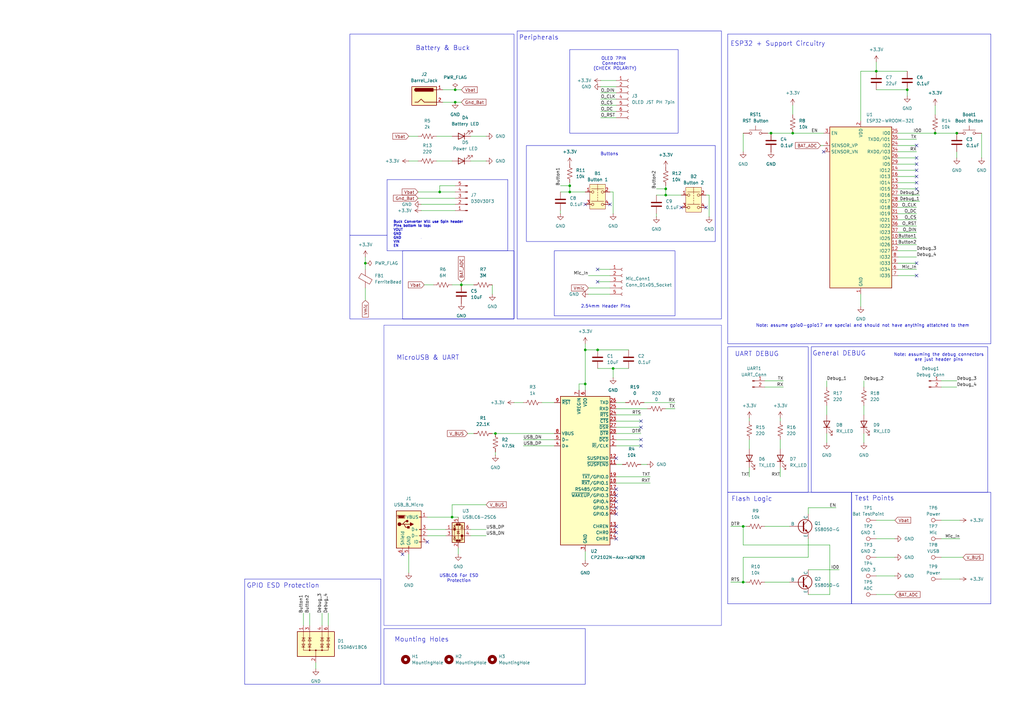
<source format=kicad_sch>
(kicad_sch (version 20231120) (generator "eeschema") (generator_version "8.0")
  (paper "A3")
  (title_block (title "ECE477 Translating Glasses") (date "2025-03-12"))
  (junction (at 240.03 157.48))
  (junction (at 180.34 78.74))
  (junction (at 240.03 143.51))
  (junction (at 383.54 54.61))
  (junction (at 304.8 215.9))
  (junction (at 251.46 151.13))
  (junction (at 149.86 107.95))
  (junction (at 359.41 29.21))
  (junction (at 392.43 54.61))
  (junction (at 186.69 36.83))
  (junction (at 186.69 41.91))
  (junction (at 372.11 36.83))
  (junction (at 273.05 77.47))
  (junction (at 233.68 76.2))
  (junction (at 185.42 212.09))
  (junction (at 245.11 143.51))
  (junction (at 325.12 54.61))
  (junction (at 304.8 238.76))
  (junction (at 189.23 116.84))
  (junction (at 203.2 177.8))
  (junction (at 233.68 78.74))
  (junction (at 316.23 54.61))
  (junction (at 273.05 80.01))
  (no_connect (at 252.73 218.44))
  (no_connect (at 252.73 187.96))
  (no_connect (at 375.92 77.47))
  (no_connect (at 337.82 62.23))
  (no_connect (at 175.26 222.25))
  (no_connect (at 375.92 74.93))
  (no_connect (at 262.89 182.88))
  (no_connect (at 262.89 180.34))
  (no_connect (at 375.92 67.31))
  (no_connect (at 240.03 83.82))
  (no_connect (at 165.1 227.33))
  (no_connect (at 375.92 113.03))
  (no_connect (at 250.19 83.82))
  (no_connect (at 252.73 200.66))
  (no_connect (at 252.73 208.28))
  (no_connect (at 279.4 85.09))
  (no_connect (at 245.11 115.57))
  (no_connect (at 262.89 172.72))
  (no_connect (at 252.73 205.74))
  (no_connect (at 375.92 59.69))
  (no_connect (at 289.56 85.09))
  (no_connect (at 252.73 210.82))
  (no_connect (at 375.92 64.77))
  (no_connect (at 245.11 110.49))
  (no_connect (at 375.92 72.39))
  (no_connect (at 252.73 215.9))
  (no_connect (at 375.92 69.85))
  (no_connect (at 262.89 175.26))
  (no_connect (at 375.92 107.95))
  (no_connect (at 252.73 203.2))
  (no_connect (at 252.73 220.98))
  (wire (pts (xy 368.3 95.25) (xy 375.92 95.25)))
  (wire (pts (xy 368.3 107.95) (xy 375.92 107.95)))
  (wire (pts (xy 229.87 78.74) (xy 233.68 78.74)))
  (wire (pts (xy 368.3 113.03) (xy 375.92 113.03)))
  (wire (pts (xy 246.38 45.72) (xy 252.73 45.72)))
  (wire (pts (xy 331.47 208.28) (xy 342.9 208.28)))
  (wire (pts (xy 359.41 220.98) (xy 367.03 220.98)))
  (wire (pts (xy 149.86 118.11) (xy 149.86 123.19)))
  (wire (pts (xy 307.34 191.77) (xy 307.34 195.58)))
  (wire (pts (xy 339.09 156.21) (xy 339.09 158.75)))
  (wire (pts (xy 313.69 215.9) (xy 323.85 215.9)))
  (wire (pts (xy 186.69 41.91) (xy 189.23 41.91)))
  (wire (pts (xy 240.03 140.97) (xy 240.03 143.51)))
  (wire (pts (xy 199.39 217.17) (xy 193.04 217.17)))
  (wire (pts (xy 331.47 243.84) (xy 340.36 243.84)))
  (wire (pts (xy 233.68 74.93) (xy 233.68 76.2)))
  (wire (pts (xy 241.3 120.65) (xy 250.19 120.65)))
  (wire (pts (xy 353.06 120.65) (xy 353.06 125.73)))
  (wire (pts (xy 304.8 238.76) (xy 306.07 238.76)))
  (wire (pts (xy 304.8 228.6) (xy 304.8 238.76)))
  (wire (pts (xy 290.83 80.01) (xy 290.83 88.9)))
  (wire (pts (xy 299.72 215.9) (xy 304.8 215.9)))
  (wire (pts (xy 203.2 177.8) (xy 227.33 177.8)))
  (wire (pts (xy 245.11 110.49) (xy 250.19 110.49)))
  (wire (pts (xy 185.42 212.09) (xy 185.42 207.01)))
  (wire (pts (xy 273.05 76.2) (xy 273.05 77.47)))
  (wire (pts (xy 252.73 170.18) (xy 262.89 170.18)))
  (wire (pts (xy 269.24 77.47) (xy 273.05 77.47)))
  (wire (pts (xy 251.46 151.13) (xy 257.81 151.13)))
  (wire (pts (xy 193.04 219.71) (xy 199.39 219.71)))
  (wire (pts (xy 129.54 271.78) (xy 129.54 274.32)))
  (wire (pts (xy 368.3 82.55) (xy 377.19 82.55)))
  (wire (pts (xy 229.87 86.36) (xy 229.87 87.63)))
  (wire (pts (xy 180.34 76.2) (xy 180.34 78.74)))
  (wire (pts (xy 233.68 76.2) (xy 233.68 78.74)))
  (wire (pts (xy 251.46 151.13) (xy 251.46 154.94)))
  (wire (pts (xy 132.08 251.46) (xy 132.08 256.54)))
  (wire (pts (xy 246.38 48.26) (xy 252.73 48.26)))
  (wire (pts (xy 186.69 36.83) (xy 189.23 36.83)))
  (wire (pts (xy 252.73 167.64) (xy 265.43 167.64)))
  (wire (pts (xy 368.3 87.63) (xy 375.92 87.63)))
  (wire (pts (xy 185.42 116.84) (xy 189.23 116.84)))
  (wire (pts (xy 307.34 180.34) (xy 307.34 184.15)))
  (wire (pts (xy 229.87 76.2) (xy 233.68 76.2)))
  (wire (pts (xy 354.33 156.21) (xy 354.33 158.75)))
  (wire (pts (xy 368.3 54.61) (xy 383.54 54.61)))
  (wire (pts (xy 172.72 83.82) (xy 186.69 83.82)))
  (wire (pts (xy 313.69 238.76) (xy 323.85 238.76)))
  (wire (pts (xy 368.3 59.69) (xy 375.92 59.69)))
  (wire (pts (xy 201.93 177.8) (xy 203.2 177.8)))
  (wire (pts (xy 386.08 213.36) (xy 393.7 213.36)))
  (wire (pts (xy 368.3 90.17) (xy 375.92 90.17)))
  (wire (pts (xy 171.45 81.28) (xy 186.69 81.28)))
  (wire (pts (xy 290.83 80.01) (xy 289.56 80.01)))
  (wire (pts (xy 181.61 36.83) (xy 186.69 36.83)))
  (wire (pts (xy 245.11 151.13) (xy 251.46 151.13)))
  (wire (pts (xy 252.73 180.34) (xy 262.89 180.34)))
  (wire (pts (xy 386.08 220.98) (xy 393.7 220.98)))
  (wire (pts (xy 386.08 228.6) (xy 394.97 228.6)))
  (wire (pts (xy 359.41 25.4) (xy 359.41 29.21)))
  (wire (pts (xy 325.12 54.61) (xy 337.82 54.61)))
  (wire (pts (xy 269.24 87.63) (xy 269.24 88.9)))
  (wire (pts (xy 331.47 233.68) (xy 344.17 233.68)))
  (wire (pts (xy 252.73 190.5) (xy 255.27 190.5)))
  (wire (pts (xy 180.34 78.74) (xy 186.69 78.74)))
  (wire (pts (xy 368.3 74.93) (xy 375.92 74.93)))
  (wire (pts (xy 354.33 166.37) (xy 354.33 170.18)))
  (wire (pts (xy 185.42 212.09) (xy 187.96 212.09)))
  (wire (pts (xy 320.04 171.45) (xy 320.04 172.72)))
  (wire (pts (xy 325.12 43.18) (xy 325.12 46.99)))
  (wire (pts (xy 359.41 236.22) (xy 367.03 236.22)))
  (wire (pts (xy 339.09 166.37) (xy 339.09 170.18)))
  (wire (pts (xy 359.41 243.84) (xy 367.03 243.84)))
  (polyline (pts (xy 143.51 96.52) (xy 158.75 96.52)))
  (wire (pts (xy 167.64 66.04) (xy 171.45 66.04)))
  (wire (pts (xy 265.43 190.5) (xy 262.89 190.5)))
  (wire (pts (xy 189.23 115.57) (xy 189.23 116.84)))
  (wire (pts (xy 246.38 35.56) (xy 252.73 35.56)))
  (wire (pts (xy 368.3 80.01) (xy 377.19 80.01)))
  (wire (pts (xy 246.38 43.18) (xy 252.73 43.18)))
  (wire (pts (xy 314.96 54.61) (xy 316.23 54.61)))
  (wire (pts (xy 313.69 158.75) (xy 321.31 158.75)))
  (wire (pts (xy 252.73 177.8) (xy 262.89 177.8)))
  (wire (pts (xy 246.38 38.1) (xy 252.73 38.1)))
  (wire (pts (xy 149.86 107.95) (xy 149.86 110.49)))
  (wire (pts (xy 240.03 226.06) (xy 240.03 229.87)))
  (wire (pts (xy 386.08 237.49) (xy 393.7 237.49)))
  (wire (pts (xy 175.26 212.09) (xy 185.42 212.09)))
  (wire (pts (xy 368.3 57.15) (xy 375.92 57.15)))
  (wire (pts (xy 383.54 43.18) (xy 383.54 46.99)))
  (wire (pts (xy 368.3 100.33) (xy 375.92 100.33)))
  (wire (pts (xy 368.3 102.87) (xy 375.92 102.87)))
  (wire (pts (xy 368.3 97.79) (xy 375.92 97.79)))
  (wire (pts (xy 237.49 157.48) (xy 240.03 157.48)))
  (wire (pts (xy 368.3 77.47) (xy 375.92 77.47)))
  (wire (pts (xy 193.04 66.04) (xy 199.39 66.04)))
  (wire (pts (xy 368.3 72.39) (xy 375.92 72.39)))
  (wire (pts (xy 191.77 177.8) (xy 194.31 177.8)))
  (wire (pts (xy 203.2 185.42) (xy 203.2 186.69)))
  (wire (pts (xy 368.3 64.77) (xy 375.92 64.77)))
  (wire (pts (xy 252.73 172.72) (xy 262.89 172.72)))
  (wire (pts (xy 368.3 62.23) (xy 375.92 62.23)))
  (wire (pts (xy 353.06 29.21) (xy 353.06 49.53)))
  (wire (pts (xy 359.41 213.36) (xy 367.03 213.36)))
  (wire (pts (xy 193.04 55.88) (xy 199.39 55.88)))
  (wire (pts (xy 402.59 54.61) (xy 402.59 64.77)))
  (wire (pts (xy 251.46 78.74) (xy 251.46 87.63)))
  (wire (pts (xy 175.26 219.71) (xy 182.88 219.71)))
  (wire (pts (xy 252.73 182.88) (xy 262.89 182.88)))
  (wire (pts (xy 320.04 180.34) (xy 320.04 184.15)))
  (wire (pts (xy 240.03 157.48) (xy 240.03 160.02)))
  (wire (pts (xy 245.11 115.57) (xy 250.19 115.57)))
  (wire (pts (xy 245.11 143.51) (xy 257.81 143.51)))
  (wire (pts (xy 179.07 66.04) (xy 185.42 66.04)))
  (wire (pts (xy 368.3 69.85) (xy 375.92 69.85)))
  (wire (pts (xy 167.64 227.33) (xy 167.64 234.95)))
  (wire (pts (xy 337.82 59.69) (xy 336.55 59.69)))
  (wire (pts (xy 273.05 167.64) (xy 276.86 167.64)))
  (wire (pts (xy 339.09 177.8) (xy 339.09 181.61)))
  (wire (pts (xy 214.63 182.88) (xy 227.33 182.88)))
  (wire (pts (xy 167.64 55.88) (xy 171.45 55.88)))
  (wire (pts (xy 273.05 77.47) (xy 273.05 80.01)))
  (wire (pts (xy 233.68 78.74) (xy 240.03 78.74)))
  (wire (pts (xy 386.08 156.21) (xy 392.43 156.21)))
  (wire (pts (xy 187.96 224.79) (xy 187.96 227.33)))
  (wire (pts (xy 185.42 207.01) (xy 199.39 207.01)))
  (wire (pts (xy 210.82 165.1) (xy 214.63 165.1)))
  (wire (pts (xy 240.03 143.51) (xy 245.11 143.51)))
  (wire (pts (xy 246.38 33.02) (xy 252.73 33.02)))
  (wire (pts (xy 241.3 113.03) (xy 250.19 113.03)))
  (wire (pts (xy 304.8 215.9) (xy 306.07 215.9)))
  (wire (pts (xy 316.23 54.61) (xy 325.12 54.61)))
  (wire (pts (xy 340.36 243.84) (xy 340.36 223.52)))
  (wire (pts (xy 386.08 158.75) (xy 392.43 158.75)))
  (wire (pts (xy 251.46 78.74) (xy 250.19 78.74)))
  (wire (pts (xy 368.3 92.71) (xy 375.92 92.71)))
  (wire (pts (xy 252.73 198.12) (xy 266.7 198.12)))
  (wire (pts (xy 304.8 54.61) (xy 304.8 62.23)))
  (wire (pts (xy 331.47 220.98) (xy 331.47 228.6)))
  (wire (pts (xy 331.47 228.6) (xy 304.8 228.6)))
  (wire (pts (xy 246.38 40.64) (xy 252.73 40.64)))
  (wire (pts (xy 383.54 54.61) (xy 392.43 54.61)))
  (wire (pts (xy 252.73 175.26) (xy 262.89 175.26)))
  (wire (pts (xy 320.04 191.77) (xy 320.04 195.58)))
  (wire (pts (xy 240.03 143.51) (xy 240.03 157.48)))
  (wire (pts (xy 264.16 165.1) (xy 276.86 165.1)))
  (wire (pts (xy 304.8 223.52) (xy 304.8 215.9)))
  (wire (pts (xy 359.41 29.21) (xy 372.11 29.21)))
  (wire (pts (xy 331.47 210.82) (xy 331.47 208.28)))
  (wire (pts (xy 372.11 36.83) (xy 372.11 39.37)))
  (wire (pts (xy 359.41 228.6) (xy 367.03 228.6)))
  (wire (pts (xy 368.3 85.09) (xy 375.92 85.09)))
  (wire (pts (xy 172.72 86.36) (xy 186.69 86.36)))
  (wire (pts (xy 181.61 41.91) (xy 186.69 41.91)))
  (wire (pts (xy 252.73 195.58) (xy 266.7 195.58)))
  (wire (pts (xy 307.34 171.45) (xy 307.34 172.72)))
  (wire (pts (xy 392.43 62.23) (xy 392.43 64.77)))
  (wire (pts (xy 127 251.46) (xy 127 256.54)))
  (wire (pts (xy 252.73 165.1) (xy 256.54 165.1)))
  (wire (pts (xy 179.07 55.88) (xy 185.42 55.88)))
  (wire (pts (xy 269.24 80.01) (xy 273.05 80.01)))
  (wire (pts (xy 214.63 180.34) (xy 227.33 180.34)))
  (wire (pts (xy 186.69 76.2) (xy 180.34 76.2)))
  (wire (pts (xy 299.72 238.76) (xy 304.8 238.76)))
  (wire (pts (xy 273.05 80.01) (xy 279.4 80.01)))
  (wire (pts (xy 241.3 118.11) (xy 250.19 118.11)))
  (wire (pts (xy 359.41 36.83) (xy 372.11 36.83)))
  (wire (pts (xy 368.3 105.41) (xy 375.92 105.41)))
  (wire (pts (xy 368.3 110.49) (xy 375.92 110.49)))
  (wire (pts (xy 237.49 160.02) (xy 237.49 157.48)))
  (wire (pts (xy 134.62 251.46) (xy 134.62 256.54)))
  (wire (pts (xy 201.93 116.84) (xy 201.93 120.65)))
  (wire (pts (xy 222.25 165.1) (xy 227.33 165.1)))
  (wire (pts (xy 313.69 156.21) (xy 321.31 156.21)))
  (wire (pts (xy 359.41 29.21) (xy 353.06 29.21)))
  (wire (pts (xy 171.45 78.74) (xy 180.34 78.74)))
  (wire (pts (xy 340.36 223.52) (xy 304.8 223.52)))
  (wire (pts (xy 189.23 116.84) (xy 194.31 116.84)))
  (wire (pts (xy 354.33 177.8) (xy 354.33 181.61)))
  (wire (pts (xy 368.3 67.31) (xy 375.92 67.31)))
  (wire (pts (xy 149.86 105.41) (xy 149.86 107.95)))
  (wire (pts (xy 124.46 251.46) (xy 124.46 256.54)))
  (wire (pts (xy 173.99 116.84) (xy 177.8 116.84)))
  (wire (pts (xy 175.26 217.17) (xy 182.88 217.17)))
  (rectangle (start 349.25 201.93) (end 406.4 247.65))
  (rectangle (start 332.74 142.24) (end 405.13 201.93))
  (rectangle (start 298.45 201.93) (end 349.25 247.65))
  (rectangle (start 227.33 102.87) (end 276.86 129.54))
  (rectangle (start 100.33 237.49) (end 156.21 280.67))
  (rectangle (start 298.45 142.24) (end 331.47 201.93))
  (rectangle (start 215.9 59.69) (end 293.37 99.06))
  (rectangle (start 158.75 73.66) (end 208.28 102.87))
  (rectangle (start 298.45 13.97) (end 406.4 140.97))
  (rectangle (start 172.72 97.79) (end 172.72 97.79))
  (rectangle (start 233.68 20.32) (end 278.13 54.61))
  (rectangle (start 143.51 13.97) (end 210.82 130.81))
  (rectangle (start 157.48 257.81) (end 240.03 280.67))
  (rectangle (start 212.09 12.7) (end 295.91 130.81))
  (rectangle (start 165.1 102.87) (end 210.82 130.81))
  (rectangle (start 157.48 133.35) (end 295.91 256.54) (stroke (width 0.127)))
  (text "Buttons" (at 249.936 63.246 0) (effects (font (size 1.27 1.27))))
  (text "Note: assume gpio0-gpio17 are special and should not have anything attatched to them" (at 353.822 133.604 0) (effects (font (size 1.27 1.27))))
  (text "Note: assuming the debug connectors\nare just header pins" (at 385.064 146.558 0) (effects (font (size 1.27 1.27))))
  (text "USBLC6 For ESD\nProtection" (at 188.214 237.236 0) (effects (font (size 1.27 1.27))))
  (text "UART DEBUG" (at 310.388 145.288 0) (effects (font (size 1.905 1.905))))
  (text "Peripherals" (at 220.98 15.494 0) (effects (font (size 1.905 1.905))))
  (text "Mounting Holes" (at 172.974 262.382 0) (effects (font (size 1.905 1.905))))
  (text "MicroUSB & UART" (at 175.514 146.812 0) (effects (font (size 1.905 1.905))))
  (text "OLED 7PIN \nConnector \n(CHECK POLARITY)" (at 252.222 26.162 0) (effects (font (size 1.27 1.27))))
  (text "Test Points" (at 358.648 204.47 0) (effects (font (size 1.905 1.905))))
  (text "GPIO ESD Protection" (at 116.078 240.284 0) (effects (font (size 1.905 1.905))))
  (text "General DEBUG" (at 344.17 145.034 0) (effects (font (size 1.905 1.905))))
  (text "2.54mm Header Pins" (at 248.412 125.73 0) (effects (font (size 1.27 1.27))))
  (text "ESP32 + Support Circuitry" (at 319.024 18.034 0) (effects (font (size 1.905 1.905))))
  (text "Buck Converter Will use 5pin header\nPins bottom to top:\nVOUT\nGND\nGND\nVIN\nEN" (at 161.29 96.012 0) (effects (font (size 1.016 1.016) (thickness 0.2032) (bold yes)) (justify left)))
  (text "Battery & Buck" (at 181.61 19.812 0) (effects (font (size 1.905 1.905))))
  (text "Flash Logic" (at 308.356 204.724 0) (effects (font (size 1.905 1.905))))
  (label "RX" (at 375.92 62.23 180))
  (label "USB_DN" (at 199.39 219.71 0))
  (label "TX" (at 321.31 156.21 180))
  (label "TXT" (at 307.34 195.58 180))
  (label "O_DC" (at 375.92 87.63 180))
  (label "Mic_In" (at 241.3 113.03 180))
  (label "RXT" (at 320.04 195.58 180))
  (label "Debug_2" (at 354.33 156.21 0))
  (label "O_DIN" (at 246.38 38.1 0))
  (label "RX" (at 321.31 158.75 180))
  (label "Debug_4" (at 375.92 105.41 0))
  (label "Debug_1" (at 377.19 82.55 180))
  (label "Debug_4" (at 392.43 158.75 0))
  (label "USB_DP" (at 199.39 217.17 0))
  (label "Button2" (at 127 251.46 90))
  (label "Mic_In" (at 375.92 110.49 180))
  (label "EN" (at 342.9 208.28 180))
  (label "Button1" (at 375.92 97.79 180))
  (label "O_CLK" (at 375.92 85.09 180))
  (label "Debug_3" (at 392.43 156.21 0))
  (label "TX" (at 276.86 167.64 180))
  (label "RTS" (at 262.89 170.18 180))
  (label "Debug_1" (at 339.09 156.21 0))
  (label "RX" (at 276.86 165.1 180))
  (label "IO0" (at 374.65 54.61 0))
  (label "O_DC" (at 246.38 45.72 0))
  (label "O_RST" (at 375.92 92.71 180))
  (label "Debug_3" (at 375.92 102.87 0))
  (label "DTR" (at 299.72 215.9 0))
  (label "O_CS" (at 375.92 90.17 180))
  (label "O_CLK" (at 246.38 40.64 0))
  (label "Debug_2" (at 377.19 80.01 180))
  (label "Button2" (at 269.24 77.47 90))
  (label "O_RST" (at 246.38 48.26 0))
  (label "Debug_3" (at 132.08 251.46 90))
  (label "Button2" (at 375.92 100.33 180))
  (label "Mic_In" (at 393.7 220.98 180))
  (label "DTR" (at 262.89 177.8 180))
  (label "EN" (at 332.74 54.61 0))
  (label "USB_DN" (at 214.63 180.34 0))
  (label "RXT" (at 266.7 198.12 180))
  (label "TXT" (at 266.7 195.58 180))
  (label "Button1" (at 229.87 76.2 90))
  (label "TX" (at 375.92 57.15 180))
  (label "O_DIN" (at 375.92 95.25 180))
  (label "RTS" (at 299.72 238.76 0))
  (label "IO0" (at 344.17 233.68 180))
  (label "USB_DP" (at 214.63 182.88 0))
  (label "Button1" (at 124.46 251.46 90))
  (label "O_CS" (at 246.38 43.18 0))
  (label "Debug_4" (at 134.62 251.46 90))
  (global_label "V_BUS" (shape input) (at 191.77 177.8 180) (property "Intersheetrefs" "${INTERSHEET_REFS}" (effects (hide yes))))
  (global_label "Gnd_Bat" (shape input) (at 189.23 41.91 0) (property "Intersheetrefs" "${INTERSHEET_REFS}" (effects (hide yes))))
  (global_label "Vbat" (shape input) (at 173.99 116.84 180) (property "Intersheetrefs" "${INTERSHEET_REFS}" (effects (hide yes))))
  (global_label "V_BUS" (shape input) (at 394.97 228.6 0) (property "Intersheetrefs" "${INTERSHEET_REFS}" (effects (hide yes))))
  (global_label "Vbat" (shape input) (at 189.23 36.83 0) (property "Intersheetrefs" "${INTERSHEET_REFS}" (effects (hide yes))))
  (global_label "Vbat" (shape input) (at 167.64 55.88 180) (property "Intersheetrefs" "${INTERSHEET_REFS}" (effects (hide yes))))
  (global_label "Vmic" (shape input) (at 149.86 123.19 270) (property "Intersheetrefs" "${INTERSHEET_REFS}" (effects (hide yes))))
  (global_label "Vbat" (shape input) (at 171.45 78.74 180) (property "Intersheetrefs" "${INTERSHEET_REFS}" (effects (hide yes))))
  (global_label "BAT_ADC" (shape input) (at 189.23 115.57 90) (property "Intersheetrefs" "${INTERSHEET_REFS}" (effects (hide yes))))
  (global_label "BAT_ADC" (shape input) (at 336.55 59.69 180) (property "Intersheetrefs" "${INTERSHEET_REFS}" (effects (hide yes))))
  (global_label "Vbat" (shape input) (at 367.03 213.36 0) (property "Intersheetrefs" "${INTERSHEET_REFS}" (effects (hide yes))))
  (global_label "V_BUS" (shape input) (at 199.39 207.01 0) (property "Intersheetrefs" "${INTERSHEET_REFS}" (effects (hide yes))))
  (global_label "Vmic" (shape input) (at 241.3 118.11 180) (property "Intersheetrefs" "${INTERSHEET_REFS}" (effects (hide yes))))
  (global_label "BAT_ADC" (shape input) (at 367.03 243.84 0) (property "Intersheetrefs" "${INTERSHEET_REFS}" (effects (hide yes))))
  (global_label "Gnd_Bat" (shape input) (at 171.45 81.28 180) (property "Intersheetrefs" "${INTERSHEET_REFS}" (effects (hide yes))))
  (symbol (lib_id "Device:R_US") (at 175.26 66.04 90) (unit 1)
    (property "Reference" "R13" (at 175.26 59.69 90))
    (property "Value" "220" (at 175.26 62.23 90))
    (property "Footprint" "Resistor_SMD:R_0805_2012Metric_Pad1.20x1.40mm_HandSolder" (effects (hide yes)))
    (property "Description" "Resistor, US symbol" (effects (hide yes)))
  )
  (symbol (lib_id "Device:R_US") (at 259.08 190.5 270) (unit 1)
    (property "Reference" "R4" (at 259.08 184.15 90))
    (property "Value" "10k" (at 259.08 186.69 90))
    (property "Footprint" "Resistor_SMD:R_0805_2012Metric_Pad1.20x1.40mm_HandSolder" (effects (hide yes)))
    (property "Description" "Resistor, US symbol" (effects (hide yes)))
  )
  (symbol (lib_id "Connector:TestPoint") (at 386.08 228.6 90) (unit 1)
    (property "Reference" "TP8" (at 382.778 223.52 90))
    (property "Value" "VUSB" (at 382.778 226.06 90))
    (property "Footprint" "TestPoint:TestPoint_Keystone_5010-5014_Multipurpose" (effects (hide yes)))
    (property "Description" "test point" (effects (hide yes)))
  )
  (symbol (lib_id "power:GND") (at 269.24 88.9 0) (unit 1)
    (property "Reference" "#PWR026" (effects (hide yes)))
    (property "Value" "GND" (at 269.24 93.98 0))
    (property "Description" "Power symbol creates a global label with name \"GND\" , ground" (effects (hide yes)))
  )
  (symbol (lib_id "Switch:SW_Push") (at 397.51 54.61 0) (unit 1)
    (property "Reference" "Boot1" (at 397.51 46.99 0))
    (property "Value" "Boot Button" (at 397.51 49.53 0))
    (property "Footprint" "Button_Switch_THT:SW_PUSH_1P1T_6x3.5mm_H4.3_APEM_MJTP1243" (effects (hide yes)))
    (property "Description" "Push button switch, generic, two pins" (effects (hide yes)))
  )
  (symbol (lib_id "Device:R_US") (at 233.68 71.12 0) (unit 1)
    (property "Reference" "R11" (at 236.22 69.8499 0) (effects (justify left)))
    (property "Value" "10k" (at 236.22 72.3899 0) (effects (justify left)))
    (property "Footprint" "Resistor_SMD:R_0805_2012Metric_Pad1.20x1.40mm_HandSolder" (effects (hide yes)))
    (property "Description" "Resistor, US symbol" (effects (hide yes)))
  )
  (symbol (lib_id "Connector:TestPoint") (at 359.41 220.98 90) (unit 1)
    (property "Reference" "TP2" (at 356.108 215.9 90))
    (property "Value" "GND 1" (at 356.108 218.44 90))
    (property "Footprint" "TestPoint:TestPoint_Keystone_5010-5014_Multipurpose" (effects (hide yes)))
    (property "Description" "test point" (effects (hide yes)))
  )
  (symbol (lib_id "Device:R_US") (at 218.44 165.1 270) (unit 1)
    (property "Reference" "R3" (at 218.44 158.75 90))
    (property "Value" "1k" (at 218.44 161.29 90))
    (property "Footprint" "Resistor_SMD:R_0805_2012Metric_Pad1.20x1.40mm_HandSolder" (effects (hide yes)))
    (property "Description" "Resistor, US symbol" (effects (hide yes)))
  )
  (symbol (lib_id "power:GND") (at 246.38 35.56 270) (unit 1)
    (property "Reference" "#PWR023" (effects (hide yes)))
    (property "Value" "GND" (at 242.57 35.5599 90) (effects (justify right)))
    (property "Description" "Power symbol creates a global label with name \"GND\" , ground" (effects (hide yes)))
  )
  (symbol (lib_id "power:GND") (at 189.23 124.46 0) (unit 1)
    (property "Reference" "#PWR04" (effects (hide yes)))
    (property "Value" "GND" (at 189.23 129.54 0))
    (property "Description" "Power symbol creates a global label with name \"GND\" , ground" (effects (hide yes)))
  )
  (symbol (lib_id "Device:R_US") (at 260.35 165.1 270) (unit 1)
    (property "Reference" "R19" (at 260.35 158.75 90))
    (property "Value" "0" (at 260.35 161.29 90))
    (property "Footprint" "Resistor_SMD:R_0805_2012Metric_Pad1.20x1.40mm_HandSolder" (effects (hide yes)))
    (property "Description" "Resistor, US symbol" (effects (hide yes)))
  )
  (symbol (lib_id "power:+3.3V") (at 359.41 25.4 0) (unit 1)
    (property "Reference" "#PWR020" (effects (hide yes)))
    (property "Value" "+3.3V" (at 359.41 20.32 0))
    (property "Description" "Power symbol creates a global label with name \"+3.3V\"" (effects (hide yes)))
  )
  (symbol (lib_id "Device:LED") (at 189.23 66.04 180) (unit 1)
    (property "Reference" "D5" (at 190.8175 58.42 0))
    (property "Value" "Power LED" (at 190.8175 60.96 0))
    (property "Footprint" "LED_SMD:LED_0805_2012Metric_Pad1.15x1.40mm_HandSolder" (effects (hide yes)))
    (property "Description" "Light emitting diode" (effects (hide yes)))
  )
  (symbol (lib_id "power:+3.3V") (at 393.7 237.49 270) (unit 1)
    (property "Reference" "#PWR029" (effects (hide yes)))
    (property "Value" "+3.3V" (at 397.51 237.4899 90) (effects (justify left)))
    (property "Description" "Power symbol creates a global label with name \"+3.3V\"" (effects (hide yes)))
  )
  (symbol (lib_id "Device:R_US") (at 273.05 72.39 0) (unit 1)
    (property "Reference" "R12" (at 275.59 71.1199 0) (effects (justify left)))
    (property "Value" "10k" (at 275.59 73.6599 0) (effects (justify left)))
    (property "Footprint" "Resistor_SMD:R_0805_2012Metric_Pad1.20x1.40mm_HandSolder" (effects (hide yes)))
    (property "Description" "Resistor, US symbol" (effects (hide yes)))
  )
  (symbol (lib_id "Mechanical:MountingHole") (at 201.93 270.51 0) (unit 1) (exclude_from_sim yes) (in_bom no)
    (property "Reference" "H3" (at 204.47 269.2399 0) (effects (justify left)))
    (property "Value" "MountingHole" (at 204.47 271.7799 0) (effects (justify left)))
    (property "Footprint" "MountingHole:MountingHole_2.5mm" (effects (hide yes)))
    (property "Description" "Mounting Hole without connection" (effects (hide yes)))
  )
  (symbol (lib_id "power:GND") (at 129.54 274.32 0) (unit 1)
    (property "Reference" "#PWR03" (effects (hide yes)))
    (property "Value" "GND" (at 129.54 279.4 0))
    (property "Description" "Power symbol creates a global label with name \"GND\" , ground" (effects (hide yes)))
  )
  (symbol (lib_id "power:GND") (at 199.39 66.04 90) (unit 1)
    (property "Reference" "#PWR032" (effects (hide yes)))
    (property "Value" "GND" (at 203.2 66.0399 90) (effects (justify right)))
    (property "Description" "Power symbol creates a global label with name \"GND\" , ground" (effects (hide yes)))
  )
  (symbol (lib_id "power:GND") (at 172.72 83.82 270) (unit 1)
    (property "Reference" "#PWR041" (effects (hide yes)))
    (property "Value" "GND" (at 168.91 83.8199 90) (effects (justify right)))
    (property "Description" "Power symbol creates a global label with name \"GND\" , ground" (effects (hide yes)))
  )
  (symbol (lib_id "power:+3.3V") (at 240.03 140.97 0) (unit 1)
    (property "Reference" "#PWR08" (effects (hide yes)))
    (property "Value" "+3.3V" (at 240.03 135.89 0))
    (property "Description" "Power symbol creates a global label with name \"+3.3V\"" (effects (hide yes)))
  )
  (symbol (lib_id "power:GND") (at 304.8 62.23 0) (unit 1)
    (property "Reference" "#PWR016" (effects (hide yes)))
    (property "Value" "GND" (at 304.8 67.31 0))
    (property "Description" "Power symbol creates a global label with name \"GND\" , ground" (effects (hide yes)))
  )
  (symbol (lib_id "power:GND") (at 372.11 39.37 0) (unit 1)
    (property "Reference" "#PWR021" (effects (hide yes)))
    (property "Value" "GND" (at 372.11 44.45 0))
    (property "Description" "Power symbol creates a global label with name \"GND\" , ground" (effects (hide yes)))
  )
  (symbol (lib_id "Device:R_US") (at 325.12 50.8 180) (unit 1)
    (property "Reference" "R8" (at 327.66 49.5299 0) (effects (justify right)))
    (property "Value" "10k" (at 327.66 52.0699 0) (effects (justify right)))
    (property "Footprint" "Resistor_SMD:R_0805_2012Metric_Pad1.20x1.40mm_HandSolder" (effects (hide yes)))
    (property "Description" "Resistor, US symbol" (effects (hide yes)))
  )
  (symbol (lib_id "Connector:Conn_01x05_Socket") (at 255.27 115.57 0) (unit 1)
    (property "Reference" "Mic_Conn1" (at 256.54 114.2999 0) (effects (justify left)))
    (property "Value" "Conn_01x05_Socket" (at 256.54 116.8399 0) (effects (justify left)))
    (property "Footprint" "Connector_PinHeader_2.54mm:PinHeader_1x05_P2.54mm_Vertical" (effects (hide yes)))
    (property "Description" "Generic connector, single row, 01x05, script generated" (effects (hide yes)))
  )
  (symbol (lib_id "Mechanical:MountingHole") (at 166.37 270.51 0) (unit 1) (exclude_from_sim yes) (in_bom no)
    (property "Reference" "H1" (at 168.91 269.2399 0) (effects (justify left)))
    (property "Value" "MountingHole" (at 168.91 271.7799 0) (effects (justify left)))
    (property "Footprint" "MountingHole:MountingHole_2.5mm" (effects (hide yes)))
    (property "Description" "Mounting Hole without connection" (effects (hide yes)))
  )
  (symbol (lib_id "Device:LED") (at 339.09 173.99 90) (unit 1)
    (property "Reference" "D8" (at 342.9 174.3074 90) (effects (justify right)))
    (property "Value" "RX_LED" (at 342.9 176.8474 90) (effects (justify right)))
    (property "Footprint" "LED_SMD:LED_0805_2012Metric_Pad1.15x1.40mm_HandSolder" (effects (hide yes)))
    (property "Description" "Light emitting diode" (effects (hide yes)))
  )
  (symbol (lib_id "Connector:USB_B_Micro") (at 167.64 217.17 0) (unit 1)
    (property "Reference" "J1" (at 167.64 204.47 0))
    (property "Value" "USB_B_Micro" (at 167.64 207.01 0))
    (property "Footprint" "Connector_USB:USB_Micro-B_Wuerth_614105150721_Vertical" (effects (hide yes)))
    (property "Description" "USB Micro Type B connector" (effects (hide yes)))
  )
  (symbol (lib_id "Power_Protection:ESDA6V1BC6") (at 129.54 264.16 0) (unit 1)
    (property "Reference" "D1" (at 138.43 262.8899 0) (effects (justify left)))
    (property "Value" "ESDA6V1BC6" (at 138.43 265.4299 0) (effects (justify left)))
    (property "Footprint" "Package_TO_SOT_SMD:SOT-23-6" (effects (hide yes)))
    (property "Datasheet" "http://www.st.com/content/ccc/resource/technical/document/datasheet/21/07/21/e3/a8/df/42/a2/CD00001906.pdf/files/CD00001906.pdf/jcr:content/translations/en.CD00001906.pdf" (effects (hide yes)))
    (property "Description" "Quad bidirectional transil, Suppressor for ESD protection, 5V Standoff, 4 Channels, SOT-23-6" (effects (hide yes)))
  )
  (symbol (lib_id "Device:R_US") (at 339.09 162.56 0) (unit 1)
    (property "Reference" "R17" (at 341.63 161.2899 0) (effects (justify left)))
    (property "Value" "220" (at 341.63 163.8299 0) (effects (justify left)))
    (property "Footprint" "Resistor_SMD:R_0805_2012Metric_Pad1.20x1.40mm_HandSolder" (effects (hide yes)))
    (property "Description" "Resistor, US symbol" (effects (hide yes)))
  )
  (symbol (lib_id "Device:C") (at 269.24 83.82 0) (unit 1)
    (property "Reference" "C9" (at 273.05 82.5499 0) (effects (justify left)))
    (property "Value" "0.1uF" (at 273.05 85.0899 0) (effects (justify left)))
    (property "Footprint" "Capacitor_SMD:C_0805_2012Metric_Pad1.18x1.45mm_HandSolder" (effects (hide yes)))
    (property "Description" "Unpolarized capacitor" (effects (hide yes)))
  )
  (symbol (lib_id "Connector:TestPoint") (at 359.41 243.84 90) (unit 1)
    (property "Reference" "TP5" (at 356.108 238.76 90))
    (property "Value" "ADC" (at 356.108 241.3 90))
    (property "Footprint" "TestPoint:TestPoint_Keystone_5010-5014_Multipurpose" (effects (hide yes)))
    (property "Description" "test point" (effects (hide yes)))
  )
  (symbol (lib_id "power:GND") (at 199.39 55.88 90) (unit 1)
    (property "Reference" "#PWR013" (effects (hide yes)))
    (property "Value" "GND" (at 203.2 55.8799 90) (effects (justify right)))
    (property "Description" "Power symbol creates a global label with name \"GND\" , ground" (effects (hide yes)))
  )
  (symbol (lib_id "Device:FerriteBead") (at 149.86 114.3 180) (unit 1)
    (property "Reference" "FB1" (at 153.67 113.0807 0) (effects (justify right)))
    (property "Value" "FerriteBead" (at 153.67 115.6207 0) (effects (justify right)))
    (property "Footprint" "Inductor_SMD:L_0805_2012Metric_Pad1.05x1.20mm_HandSolder" (effects (hide yes)))
    (property "Description" "Ferrite bead" (effects (hide yes)))
  )
  (symbol (lib_id "power:+3.3V") (at 233.68 67.31 0) (unit 1)
    (property "Reference" "#PWR031" (effects (hide yes)))
    (property "Value" "+3.3V" (at 233.68 62.23 0))
    (property "Description" "Power symbol creates a global label with name \"+3.3V\"" (effects (hide yes)))
  )
  (symbol (lib_id "Interface_USB:CP2102N-Axx-xQFN28") (at 240.03 193.04 0) (unit 1)
    (property "Reference" "U2" (at 242.2241 226.06 0) (effects (justify left)))
    (property "Value" "CP2102N-Axx-xQFN28" (at 242.2241 228.6 0) (effects (justify left)))
    (property "Footprint" "Package_DFN_QFN:QFN-28-1EP_5x5mm_P0.5mm_EP3.35x3.35mm" (effects (hide yes)))
    (property "Datasheet" "https://www.silabs.com/documents/public/data-sheets/cp2102n-datasheet.pdf" (effects (hide yes)))
    (property "Description" "USB to UART master bridge, QFN-28" (effects (hide yes)))
  )
  (symbol (lib_id "power:GND") (at 251.46 87.63 0) (unit 1)
    (property "Reference" "#PWR024" (effects (hide yes)))
    (property "Value" "GND" (at 251.46 92.71 0))
    (property "Description" "Power symbol creates a global label with name \"GND\" , ground" (effects (hide yes)))
  )
  (symbol (lib_id "power:+3.3V") (at 172.72 86.36 90) (unit 1)
    (property "Reference" "#PWR040" (effects (hide yes)))
    (property "Value" "+3.3V" (at 168.91 86.3599 90) (effects (justify left)))
    (property "Description" "Power symbol creates a global label with name \"+3.3V\"" (effects (hide yes)))
  )
  (symbol (lib_id "Device:R_US") (at 181.61 116.84 90) (unit 1)
    (property "Reference" "R6" (at 181.61 110.49 90))
    (property "Value" "6M" (at 181.61 113.03 90))
    (property "Footprint" "Resistor_SMD:R_0805_2012Metric_Pad1.20x1.40mm_HandSolder" (effects (hide yes)))
    (property "Description" "Resistor, US symbol" (effects (hide yes)))
  )
  (symbol (lib_id "Device:R_US") (at 320.04 176.53 0) (unit 1)
    (property "Reference" "R16" (at 322.58 175.2599 0) (effects (justify left)))
    (property "Value" "220" (at 322.58 177.7999 0) (effects (justify left)))
    (property "Footprint" "Resistor_SMD:R_0805_2012Metric_Pad1.20x1.40mm_HandSolder" (effects (hide yes)))
    (property "Description" "Resistor, US symbol" (effects (hide yes)))
  )
  (symbol (lib_id "power:+3.3V") (at 393.7 213.36 270) (unit 1)
    (property "Reference" "#PWR043" (effects (hide yes)))
    (property "Value" "+3.3V" (at 397.51 213.3599 90) (effects (justify left)))
    (property "Description" "Power symbol creates a global label with name \"+3.3V\"" (effects (hide yes)))
  )
  (symbol (lib_id "Connector:TestPoint") (at 359.41 213.36 90) (unit 1)
    (property "Reference" "TP1" (at 356.108 208.28 90))
    (property "Value" "Bat TestPoint" (at 356.108 210.82 90))
    (property "Footprint" "TestPoint:TestPoint_Keystone_5010-5014_Multipurpose" (effects (hide yes)))
    (property "Description" "test point" (effects (hide yes)))
  )
  (symbol (lib_id "Simulation_SPICE:NPN") (at 328.93 238.76 0) (unit 1)
    (property "Reference" "Q2" (at 334.01 237.4899 0) (effects (justify left)))
    (property "Value" "SS8050-G" (at 334.01 240.0299 0) (effects (justify left)))
    (property "Footprint" "Package_TO_SOT_SMD:SOT-23" (effects (hide yes)))
    (property "Datasheet" "https://ngspice.sourceforge.io/docs/ngspice-html-manual/manual.xhtml#cha_BJTs" (effects (hide yes)))
    (property "Description" "Bipolar transistor symbol for simulation only, substrate tied to the emitter" (effects (hide yes)))
    (property "Sim.Device" "NPN" (effects (hide yes)))
    (property "Sim.Type" "GUMMELPOON" (effects (hide yes)))
    (property "Sim.Pins" "1=C 2=B 3=E" (effects (hide yes)))
  )
  (symbol (lib_id "Device:R_US") (at 198.12 177.8 270) (unit 1)
    (property "Reference" "R1" (at 198.12 171.45 90))
    (property "Value" "22.1K" (at 198.12 173.99 90))
    (property "Footprint" "Resistor_SMD:R_0805_2012Metric_Pad1.20x1.40mm_HandSolder" (effects (hide yes)))
    (property "Description" "Resistor, US symbol" (effects (hide yes)))
  )
  (symbol (lib_id "power:+3.3V") (at 383.54 43.18 0) (unit 1)
    (property "Reference" "#PWR036" (effects (hide yes)))
    (property "Value" "+3.3V" (at 383.54 38.1 0))
    (property "Description" "Power symbol creates a global label with name \"+3.3V\"" (effects (hide yes)))
  )
  (symbol (lib_id "power:+3.3V") (at 167.64 66.04 90) (unit 1)
    (property "Reference" "#PWR039" (effects (hide yes)))
    (property "Value" "+3.3V" (at 163.83 66.0399 90) (effects (justify left)))
    (property "Description" "Power symbol creates a global label with name \"+3.3V\"" (effects (hide yes)))
  )
  (symbol (lib_id "Device:C") (at 392.43 58.42 180) (unit 1)
    (property "Reference" "C3" (at 396.24 57.1499 0) (effects (justify right)))
    (property "Value" "0.1uF" (at 396.24 59.6899 0) (effects (justify right)))
    (property "Footprint" "Capacitor_SMD:C_0805_2012Metric_Pad1.18x1.45mm_HandSolder" (effects (hide yes)))
    (property "Description" "Unpolarized capacitor" (effects (hide yes)))
  )
  (symbol (lib_id "Connector:TestPoint") (at 386.08 220.98 90) (unit 1)
    (property "Reference" "TP7" (at 382.778 215.9 90))
    (property "Value" "Mic" (at 382.778 218.44 90))
    (property "Footprint" "TestPoint:TestPoint_Keystone_5010-5014_Multipurpose" (effects (hide yes)))
    (property "Description" "test point" (effects (hide yes)))
  )
  (symbol (lib_id "power:+3.3V") (at 307.34 171.45 0) (unit 1)
    (property "Reference" "#PWR034" (effects (hide yes)))
    (property "Value" "+3.3V" (at 307.34 166.37 0))
    (property "Description" "Power symbol creates a global label with name \"+3.3V\"" (effects (hide yes)))
  )
  (symbol (lib_id "Switch:SW_Push_Dual") (at 245.11 81.28 0) (unit 1)
    (property "Reference" "B1" (at 245.11 71.12 0))
    (property "Value" "Button 1" (at 245.11 73.66 0))
    (property "Footprint" "Button_Switch_THT:SW_PUSH_6mm_H13mm" (effects (hide yes)))
    (property "Description" "Push button switch, generic, symbol, four pins" (effects (hide yes)))
  )
  (symbol (lib_id "power:GND") (at 290.83 88.9 0) (unit 1)
    (property "Reference" "#PWR027" (effects (hide yes)))
    (property "Value" "GND" (at 290.83 93.98 0))
    (property "Description" "Power symbol creates a global label with name \"GND\" , ground" (effects (hide yes)))
  )
  (symbol (lib_id "power:PWR_FLAG") (at 149.86 107.95 270) (unit 1)
    (property "Reference" "#FLG02" (effects (hide yes)))
    (property "Value" "PWR_FLAG" (at 153.67 107.9499 90) (effects (justify left)))
    (property "Description" "Special symbol for telling ERC where power comes from" (effects (hide yes)))
  )
  (symbol (lib_id "power:+3.3V") (at 149.86 105.41 0) (unit 1)
    (property "Reference" "#PWR028" (effects (hide yes)))
    (property "Value" "+3.3V" (at 149.86 100.33 0))
    (property "Description" "Power symbol creates a global label with name \"+3.3V\"" (effects (hide yes)))
  )
  (symbol (lib_id "Connector:TestPoint") (at 386.08 237.49 90) (unit 1)
    (property "Reference" "TP9" (at 382.778 232.41 90))
    (property "Value" "Power" (at 382.778 234.95 90))
    (property "Footprint" "TestPoint:TestPoint_Keystone_5010-5014_Multipurpose" (effects (hide yes)))
    (property "Description" "test point" (effects (hide yes)))
  )
  (symbol (lib_id "Device:C") (at 316.23 58.42 0) (unit 1)
    (property "Reference" "C4" (at 320.04 57.1499 0) (effects (justify left)))
    (property "Value" "0.1uF" (at 320.04 59.6899 0) (effects (justify left)))
    (property "Footprint" "Capacitor_SMD:C_0805_2012Metric_Pad1.18x1.45mm_HandSolder" (effects (hide yes)))
    (property "Description" "Unpolarized capacitor" (effects (hide yes)))
  )
  (symbol (lib_id "Connector:Conn_01x05_Pin") (at 191.77 81.28 180) (unit 1)
    (property "Reference" "J7" (at 193.04 80.0099 0) (effects (justify right)))
    (property "Value" "D30V30F3" (at 193.04 82.5499 0) (effects (justify right)))
    (property "Footprint" "Connector_PinHeader_2.54mm:PinHeader_1x05_P2.54mm_Vertical" (effects (hide yes)))
    (property "Description" "Generic connector, single row, 01x05, script generated" (effects (hide yes)))
  )
  (symbol (lib_id "power:GND") (at 203.2 186.69 0) (unit 1)
    (property "Reference" "#PWR010" (effects (hide yes)))
    (property "Value" "GND" (at 203.2 191.77 0))
    (property "Description" "Power symbol creates a global label with name \"GND\" , ground" (effects (hide yes)))
  )
  (symbol (lib_id "Device:R_US") (at 307.34 176.53 0) (unit 1)
    (property "Reference" "R15" (at 309.88 175.2599 0) (effects (justify left)))
    (property "Value" "220" (at 309.88 177.7999 0) (effects (justify left)))
    (property "Footprint" "Resistor_SMD:R_0805_2012Metric_Pad1.20x1.40mm_HandSolder" (effects (hide yes)))
    (property "Description" "Resistor, US symbol" (effects (hide yes)))
  )
  (symbol (lib_id "power:GND") (at 229.87 87.63 0) (unit 1)
    (property "Reference" "#PWR025" (effects (hide yes)))
    (property "Value" "GND" (at 229.87 92.71 0))
    (property "Description" "Power symbol creates a global label with name \"GND\" , ground" (effects (hide yes)))
  )
  (symbol (lib_id "power:GND") (at 367.03 228.6 90) (unit 1)
    (property "Reference" "#PWR07" (effects (hide yes)))
    (property "Value" "GND" (at 370.84 228.5999 90) (effects (justify right)))
    (property "Description" "Power symbol creates a global label with name \"GND\" , ground" (effects (hide yes)))
  )
  (symbol (lib_id "power:GND") (at 367.03 236.22 90) (unit 1)
    (property "Reference" "#PWR042" (effects (hide yes)))
    (property "Value" "GND" (at 370.84 236.2199 90) (effects (justify right)))
    (property "Description" "Power symbol creates a global label with name \"GND\" , ground" (effects (hide yes)))
  )
  (symbol (lib_id "Power_Protection:USBLC6-2SC6") (at 187.96 217.17 0) (unit 1)
    (property "Reference" "U3" (at 189.6111 209.55 0) (effects (justify left)))
    (property "Value" "USBLC6-2SC6" (at 189.6111 212.09 0) (effects (justify left)))
    (property "Footprint" "Package_TO_SOT_SMD:SOT-23-6" (effects (hide yes)))
    (property "Datasheet" "https://www.st.com/resource/en/datasheet/usblc6-2.pdf" (effects (hide yes)))
    (property "Description" "Very low capacitance ESD protection diode, 2 data-line, SOT-23-6" (effects (hide yes)))
  )
  (symbol (lib_id "power:GND") (at 316.23 62.23 0) (unit 1)
    (property "Reference" "#PWR033" (effects (hide yes)))
    (property "Value" "GND" (at 316.23 67.31 0))
    (property "Description" "Power symbol creates a global label with name \"GND\" , ground" (effects (hide yes)))
  )
  (symbol (lib_id "Device:C") (at 257.81 147.32 0) (unit 1)
    (property "Reference" "C2" (at 261.62 146.0499 0) (effects (justify left)))
    (property "Value" "0.1uF" (at 261.62 148.5899 0) (effects (justify left)))
    (property "Footprint" "Capacitor_SMD:C_0805_2012Metric_Pad1.18x1.45mm_HandSolder" (effects (hide yes)))
    (property "Description" "Unpolarized capacitor" (effects (hide yes)))
  )
  (symbol (lib_id "Device:R_US") (at 354.33 162.56 0) (unit 1)
    (property "Reference" "R18" (at 356.87 161.2899 0) (effects (justify left)))
    (property "Value" "220" (at 356.87 163.8299 0) (effects (justify left)))
    (property "Footprint" "Resistor_SMD:R_0805_2012Metric_Pad1.20x1.40mm_HandSolder" (effects (hide yes)))
    (property "Description" "Resistor, US symbol" (effects (hide yes)))
  )
  (symbol (lib_id "Connector:Conn_01x07_Socket") (at 257.81 40.64 0) (unit 1)
    (property "Reference" "J3" (at 259.08 39.3699 0) (effects (justify left)))
    (property "Value" "OLED JST PH 7pin" (at 259.08 41.9099 0) (effects (justify left)))
    (property "Footprint" "Connector_JST:JST_PH_B7B-PH-K_1x07_P2.00mm_Vertical" (effects (hide yes)))
    (property "Description" "Generic connector, single row, 01x07, script generated" (effects (hide yes)))
  )
  (symbol (lib_id "Switch:SW_Push_Dual") (at 284.48 82.55 0) (unit 1)
    (property "Reference" "B2" (at 284.48 72.39 0))
    (property "Value" "Button 2" (at 284.48 74.93 0))
    (property "Footprint" "Button_Switch_THT:SW_PUSH_6mm_H13mm" (effects (hide yes)))
    (property "Description" "Push button switch, generic, symbol, four pins" (effects (hide yes)))
  )
  (symbol (lib_id "Device:R_US") (at 269.24 167.64 270) (unit 1)
    (property "Reference" "R20" (at 269.24 161.29 90))
    (property "Value" "0" (at 269.24 163.83 90))
    (property "Footprint" "Resistor_SMD:R_0805_2012Metric_Pad1.20x1.40mm_HandSolder" (effects (hide yes)))
    (property "Description" "Resistor, US symbol" (effects (hide yes)))
  )
  (symbol (lib_id "power:+3.3V") (at 273.05 68.58 0) (unit 1)
    (property "Reference" "#PWR030" (effects (hide yes)))
    (property "Value" "+3.3V" (at 273.05 63.5 0))
    (property "Description" "Power symbol creates a global label with name \"+3.3V\"" (effects (hide yes)))
  )
  (symbol (lib_id "Device:R_US") (at 175.26 55.88 90) (unit 1)
    (property "Reference" "R5" (at 175.26 49.53 90))
    (property "Value" "2k" (at 175.26 52.07 90))
    (property "Footprint" "Resistor_SMD:R_0805_2012Metric_Pad1.20x1.40mm_HandSolder" (effects (hide yes)))
    (property "Description" "Resistor, US symbol" (effects (hide yes)))
  )
  (symbol (lib_id "power:GND") (at 265.43 190.5 90) (unit 1)
    (property "Reference" "#PWR012" (effects (hide yes)))
    (property "Value" "GND" (at 269.24 190.4999 90) (effects (justify right)))
    (property "Description" "Power symbol creates a global label with name \"GND\" , ground" (effects (hide yes)))
  )
  (symbol (lib_id "Simulation_SPICE:NPN") (at 328.93 215.9 0) (unit 1)
    (property "Reference" "Q1" (at 334.01 214.6299 0) (effects (justify left)))
    (property "Value" "SS8050-G" (at 334.01 217.1699 0) (effects (justify left)))
    (property "Footprint" "Package_TO_SOT_SMD:SOT-23" (effects (hide yes)))
    (property "Datasheet" "https://ngspice.sourceforge.io/docs/ngspice-html-manual/manual.xhtml#cha_BJTs" (effects (hide yes)))
    (property "Description" "Bipolar transistor symbol for simulation only, substrate tied to the emitter" (effects (hide yes)))
    (property "Sim.Device" "NPN" (effects (hide yes)))
    (property "Sim.Type" "GUMMELPOON" (effects (hide yes)))
    (property "Sim.Pins" "1=C 2=B 3=E" (effects (hide yes)))
  )
  (symbol (lib_id "Device:LED") (at 354.33 173.99 90) (unit 1)
    (property "Reference" "D9" (at 358.14 174.3074 90) (effects (justify right)))
    (property "Value" "RX_LED" (at 358.14 176.8474 90) (effects (justify right)))
    (property "Footprint" "LED_SMD:LED_0805_2012Metric_Pad1.15x1.40mm_HandSolder" (effects (hide yes)))
    (property "Description" "Light emitting diode" (effects (hide yes)))
  )
  (symbol (lib_id "Device:C") (at 359.41 33.02 0) (unit 1)
    (property "Reference" "C7" (at 363.22 31.7499 0) (effects (justify left)))
    (property "Value" "22uF" (at 363.22 34.2899 0) (effects (justify left)))
    (property "Footprint" "Capacitor_SMD:C_0805_2012Metric_Pad1.18x1.45mm_HandSolder" (effects (hide yes)))
    (property "Description" "Unpolarized capacitor" (effects (hide yes)))
  )
  (symbol (lib_id "power:GND") (at 367.03 220.98 90) (unit 1)
    (property "Reference" "#PWR06" (effects (hide yes)))
    (property "Value" "GND" (at 370.84 220.9799 90) (effects (justify right)))
    (property "Description" "Power symbol creates a global label with name \"GND\" , ground" (effects (hide yes)))
  )
  (symbol (lib_id "Device:C") (at 189.23 120.65 0) (unit 1)
    (property "Reference" "C5" (at 193.04 119.3799 0) (effects (justify left)))
    (property "Value" "10uF" (at 193.04 121.9199 0) (effects (justify left)))
    (property "Footprint" "Capacitor_SMD:C_0805_2012Metric_Pad1.18x1.45mm_HandSolder" (effects (hide yes)))
    (property "Description" "Unpolarized capacitor" (effects (hide yes)))
  )
  (symbol (lib_id "power:GND") (at 339.09 181.61 0) (unit 1)
    (property "Reference" "#PWR037" (effects (hide yes)))
    (property "Value" "GND" (at 339.09 186.69 0))
    (property "Description" "Power symbol creates a global label with name \"GND\" , ground" (effects (hide yes)))
  )
  (symbol (lib_id "power:PWR_FLAG") (at 186.69 36.83 0) (unit 1)
    (property "Reference" "#FLG01" (effects (hide yes)))
    (property "Value" "PWR_FLAG" (at 186.69 31.75 0))
    (property "Description" "Special symbol for telling ERC where power comes from" (effects (hide yes)))
  )
  (symbol (lib_id "power:+3.3V") (at 210.82 165.1 90) (unit 1)
    (property "Reference" "#PWR011" (effects (hide yes)))
    (property "Value" "+3.3V" (at 207.01 165.0999 90) (effects (justify left)))
    (property "Description" "Power symbol creates a global label with name \"+3.3V\"" (effects (hide yes)))
  )
  (symbol (lib_id "power:GND") (at 167.64 234.95 0) (unit 1)
    (property "Reference" "#PWR02" (effects (hide yes)))
    (property "Value" "GND" (at 167.64 240.03 0))
    (property "Description" "Power symbol creates a global label with name \"GND\" , ground" (effects (hide yes)))
  )
  (symbol (lib_id "power:GND") (at 354.33 181.61 0) (unit 1)
    (property "Reference" "#PWR038" (effects (hide yes)))
    (property "Value" "GND" (at 354.33 186.69 0))
    (property "Description" "Power symbol creates a global label with name \"GND\" , ground" (effects (hide yes)))
  )
  (symbol (lib_id "power:GND") (at 392.43 64.77 0) (unit 1)
    (property "Reference" "#PWR017" (effects (hide yes)))
    (property "Value" "GND" (at 392.43 69.85 0))
    (property "Description" "Power symbol creates a global label with name \"GND\" , ground" (effects (hide yes)))
  )
  (symbol (lib_id "Connector:Conn_01x02_Pin") (at 308.61 156.21 0) (unit 1)
    (property "Reference" "UART1" (at 309.245 151.13 0))
    (property "Value" "UART_Conn" (at 309.245 153.67 0))
    (property "Footprint" "Connector_PinHeader_2.54mm:PinHeader_1x02_P2.54mm_Vertical" (effects (hide yes)))
    (property "Description" "Generic connector, single row, 01x02, script generated" (effects (hide yes)))
  )
  (symbol (lib_id "Device:C") (at 245.11 147.32 0) (unit 1)
    (property "Reference" "C1" (at 248.92 146.0499 0) (effects (justify left)))
    (property "Value" "10uF" (at 248.92 148.5899 0) (effects (justify left)))
    (property "Footprint" "Capacitor_SMD:C_0805_2012Metric_Pad1.18x1.45mm_HandSolder" (effects (hide yes)))
    (property "Description" "Unpolarized capacitor" (effects (hide yes)))
  )
  (symbol (lib_id "Device:C") (at 229.87 82.55 0) (unit 1)
    (property "Reference" "C8" (at 233.68 81.2799 0) (effects (justify left)))
    (property "Value" "0.1uF" (at 233.68 83.8199 0) (effects (justify left)))
    (property "Footprint" "Capacitor_SMD:C_0805_2012Metric_Pad1.18x1.45mm_HandSolder" (effects (hide yes)))
    (property "Description" "Unpolarized capacitor" (effects (hide yes)))
  )
  (symbol (lib_id "power:GND") (at 186.69 41.91 0) (unit 1)
    (property "Reference" "#PWR044" (effects (hide yes)))
    (property "Value" "GND" (at 186.69 46.99 0))
    (property "Description" "Power symbol creates a global label with name \"GND\" , ground" (effects (hide yes)))
  )
  (symbol (lib_id "power:GND") (at 251.46 154.94 0) (unit 1)
    (property "Reference" "#PWR09" (effects (hide yes)))
    (property "Value" "GND" (at 251.46 160.02 0))
    (property "Description" "Power symbol creates a global label with name \"GND\" , ground" (effects (hide yes)))
  )
  (symbol (lib_id "Device:LED") (at 307.34 187.96 90) (unit 1)
    (property "Reference" "D6" (at 311.15 188.2774 90) (effects (justify right)))
    (property "Value" "TX_LED" (at 311.15 190.8174 90) (effects (justify right)))
    (property "Footprint" "LED_SMD:LED_0805_2012Metric_Pad1.15x1.40mm_HandSolder" (effects (hide yes)))
    (property "Description" "Light emitting diode" (effects (hide yes)))
  )
  (symbol (lib_id "Connector:TestPoint") (at 359.41 236.22 90) (unit 1)
    (property "Reference" "TP4" (at 356.108 231.14 90))
    (property "Value" "GND 3" (at 356.108 233.68 90))
    (property "Footprint" "TestPoint:TestPoint_Keystone_5010-5014_Multipurpose" (effects (hide yes)))
    (property "Description" "test point" (effects (hide yes)))
  )
  (symbol (lib_id "power:GND") (at 353.06 125.73 0) (unit 1)
    (property "Reference" "#PWR019" (effects (hide yes)))
    (property "Value" "GND" (at 353.06 130.81 0))
    (property "Description" "Power symbol creates a global label with name \"GND\" , ground" (effects (hide yes)))
  )
  (symbol (lib_id "power:GND") (at 201.93 120.65 0) (unit 1)
    (property "Reference" "#PWR014" (effects (hide yes)))
    (property "Value" "GND" (at 201.93 125.73 0))
    (property "Description" "Power symbol creates a global label with name \"GND\" , ground" (effects (hide yes)))
  )
  (symbol (lib_id "Device:R_US") (at 198.12 116.84 90) (unit 1)
    (property "Reference" "R7" (at 198.12 110.49 90))
    (property "Value" "3M" (at 198.12 113.03 90))
    (property "Footprint" "Resistor_SMD:R_0805_2012Metric_Pad1.20x1.40mm_HandSolder" (effects (hide yes)))
    (property "Description" "Resistor, US symbol" (effects (hide yes)))
  )
  (symbol (lib_id "power:GND") (at 187.96 227.33 0) (unit 1)
    (property "Reference" "#PWR01" (effects (hide yes)))
    (property "Value" "GND" (at 187.96 232.41 0))
    (property "Description" "Power symbol creates a global label with name \"GND\" , ground" (effects (hide yes)))
  )
  (symbol (lib_id "power:GND") (at 241.3 120.65 270) (unit 1)
    (property "Reference" "#PWR046" (effects (hide yes)))
    (property "Value" "GND" (at 237.49 120.6499 90) (effects (justify right)))
    (property "Description" "Power symbol creates a global label with name \"GND\" , ground" (effects (hide yes)))
  )
  (symbol (lib_id "Connector:Barrel_Jack") (at 173.99 39.37 0) (unit 1)
    (property "Reference" "J2" (at 173.99 30.48 0))
    (property "Value" "Barrel_Jack" (at 173.99 33.02 0))
    (property "Footprint" "Connector_BarrelJack:BarrelJack_Wuerth_6941xx301002" (effects (hide yes)))
    (property "Description" "DC Barrel Jack" (effects (hide yes)))
  )
  (symbol (lib_id "Device:LED") (at 189.23 55.88 180) (unit 1)
    (property "Reference" "D4" (at 190.8175 48.26 0))
    (property "Value" "Battery LED" (at 190.8175 50.8 0))
    (property "Footprint" "LED_SMD:LED_0805_2012Metric_Pad1.15x1.40mm_HandSolder" (effects (hide yes)))
    (property "Description" "Light emitting diode" (effects (hide yes)))
  )
  (symbol (lib_id "Connector:TestPoint") (at 359.41 228.6 90) (unit 1)
    (property "Reference" "TP3" (at 356.108 223.52 90))
    (property "Value" "GND 2" (at 356.108 226.06 90))
    (property "Footprint" "TestPoint:TestPoint_Keystone_5010-5014_Multipurpose" (effects (hide yes)))
    (property "Description" "test point" (effects (hide yes)))
  )
  (symbol (lib_id "power:GND") (at 402.59 64.77 0) (unit 1)
    (property "Reference" "#PWR015" (effects (hide yes)))
    (property "Value" "GND" (at 402.59 69.85 0))
    (property "Description" "Power symbol creates a global label with name \"GND\" , ground" (effects (hide yes)))
  )
  (symbol (lib_id "Device:R_US") (at 309.88 215.9 270) (unit 1)
    (property "Reference" "R9" (at 309.88 209.55 90))
    (property "Value" "10k" (at 309.88 212.09 90))
    (property "Footprint" "Resistor_SMD:R_0805_2012Metric_Pad1.20x1.40mm_HandSolder" (effects (hide yes)))
    (property "Description" "Resistor, US symbol" (effects (hide yes)))
  )
  (symbol (lib_id "Mechanical:MountingHole") (at 184.15 270.51 0) (unit 1) (exclude_from_sim yes) (in_bom no)
    (property "Reference" "H2" (at 186.69 269.2399 0) (effects (justify left)))
    (property "Value" "MountingHole" (at 186.69 271.7799 0) (effects (justify left)))
    (property "Footprint" "MountingHole:MountingHole_2.5mm" (effects (hide yes)))
    (property "Description" "Mounting Hole without connection" (effects (hide yes)))
  )
  (symbol (lib_id "Device:LED") (at 320.04 187.96 90) (unit 1)
    (property "Reference" "D7" (at 323.85 188.2774 90) (effects (justify right)))
    (property "Value" "RX_LED" (at 323.85 190.8174 90) (effects (justify right)))
    (property "Footprint" "LED_SMD:LED_0805_2012Metric_Pad1.15x1.40mm_HandSolder" (effects (hide yes)))
    (property "Description" "Light emitting diode" (effects (hide yes)))
  )
  (symbol (lib_id "Connector:Conn_01x02_Pin") (at 381 156.21 0) (unit 1)
    (property "Reference" "Debug1" (at 381.635 151.13 0))
    (property "Value" "Debug Conn" (at 381.635 153.67 0))
    (property "Footprint" "Connector_PinHeader_2.54mm:PinHeader_1x02_P2.54mm_Vertical" (effects (hide yes)))
    (property "Description" "Generic connector, single row, 01x02, script generated" (effects (hide yes)))
  )
  (symbol (lib_id "Device:R_US") (at 203.2 181.61 0) (unit 1)
    (property "Reference" "R2" (at 205.74 180.3399 0) (effects (justify left)))
    (property "Value" "47.5k" (at 205.74 182.8799 0) (effects (justify left)))
    (property "Footprint" "Resistor_SMD:R_0805_2012Metric_Pad1.20x1.40mm_HandSolder" (effects (hide yes)))
    (property "Description" "Resistor, US symbol" (effects (hide yes)))
  )
  (symbol (lib_id "power:+3.3V") (at 320.04 171.45 0) (unit 1)
    (property "Reference" "#PWR035" (effects (hide yes)))
    (property "Value" "+3.3V" (at 320.04 166.37 0))
    (property "Description" "Power symbol creates a global label with name \"+3.3V\"" (effects (hide yes)))
  )
  (symbol (lib_id "Switch:SW_Push") (at 309.88 54.61 0) (unit 1)
    (property "Reference" "RST1" (at 309.88 46.99 0))
    (property "Value" "RST Button" (at 309.88 49.53 0))
    (property "Footprint" "Button_Switch_THT:SW_PUSH_1P1T_6x3.5mm_H4.3_APEM_MJTP1243" (effects (hide yes)))
    (property "Description" "Push button switch, generic, two pins" (effects (hide yes)))
  )
  (symbol (lib_id "Device:R_US") (at 309.88 238.76 270) (unit 1)
    (property "Reference" "R10" (at 309.88 232.41 90))
    (property "Value" "10k" (at 309.88 234.95 90))
    (property "Footprint" "Resistor_SMD:R_0805_2012Metric_Pad1.20x1.40mm_HandSolder" (effects (hide yes)))
    (property "Description" "Resistor, US symbol" (effects (hide yes)))
  )
  (symbol (lib_id "RF_Module:ESP32-WROOM-32E") (at 353.06 85.09 0) (unit 1)
    (property "Reference" "U1" (at 355.2541 46.99 0) (effects (justify left)))
    (property "Value" "ESP32-WROOM-32E" (at 355.2541 49.53 0) (effects (justify left)))
    (property "Footprint" "RF_Module:ESP32-WROOM-32D" (effects (hide yes)))
    (property "Datasheet" "https://www.espressif.com/sites/default/files/documentation/esp32-wroom-32e_esp32-wroom-32ue_datasheet_en.pdf" (effects (hide yes)))
    (property "Description" "RF Module, ESP32-D0WD-V3 SoC, without PSRAM, Wi-Fi 802.11b/g/n, Bluetooth, BLE, 32-bit, 2.7-3.6V, onboard antenna, SMD" (effects (hide yes)))
  )
  (symbol (lib_id "power:+3.3V") (at 246.38 33.02 90) (unit 1)
    (property "Reference" "#PWR022" (effects (hide yes)))
    (property "Value" "+3.3V" (at 242.57 33.0199 90) (effects (justify left)))
    (property "Description" "Power symbol creates a global label with name \"+3.3V\"" (effects (hide yes)))
  )
  (symbol (lib_id "Device:C") (at 372.11 33.02 0) (unit 1)
    (property "Reference" "C6" (at 375.92 31.7499 0) (effects (justify left)))
    (property "Value" "0.1uF" (at 375.92 34.2899 0) (effects (justify left)))
    (property "Footprint" "Capacitor_SMD:C_0805_2012Metric_Pad1.18x1.45mm_HandSolder" (effects (hide yes)))
    (property "Description" "Unpolarized capacitor" (effects (hide yes)))
  )
  (symbol (lib_id "Connector:TestPoint") (at 386.08 213.36 90) (unit 1)
    (property "Reference" "TP6" (at 382.778 208.28 90))
    (property "Value" "Power" (at 382.778 210.82 90))
    (property "Footprint" "TestPoint:TestPoint_Keystone_5010-5014_Multipurpose" (effects (hide yes)))
    (property "Description" "test point" (effects (hide yes)))
  )
  (symbol (lib_id "Device:R_US") (at 383.54 50.8 180) (unit 1)
    (property "Reference" "R14" (at 386.08 49.5299 0) (effects (justify right)))
    (property "Value" "10k" (at 386.08 52.0699 0) (effects (justify right)))
    (property "Footprint" "Resistor_SMD:R_0805_2012Metric_Pad1.20x1.40mm_HandSolder" (effects (hide yes)))
    (property "Description" "Resistor, US symbol" (effects (hide yes)))
  )
  (symbol (lib_id "power:+3.3V") (at 325.12 43.18 0) (unit 1)
    (property "Reference" "#PWR018" (effects (hide yes)))
    (property "Value" "+3.3V" (at 325.12 38.1 0))
    (property "Description" "Power symbol creates a global label with name \"+3.3V\"" (effects (hide yes)))
  )
  (symbol (lib_id "power:GND") (at 240.03 229.87 0) (unit 1)
    (property "Reference" "#PWR05" (effects (hide yes)))
    (property "Value" "GND" (at 240.03 234.95 0))
    (property "Description" "Power symbol creates a global label with name \"GND\" , ground" (effects (hide yes)))
  )
)
</source>
